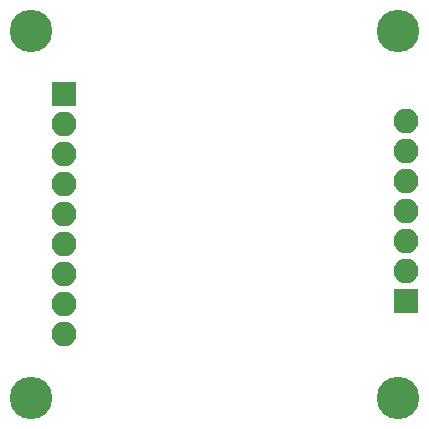
<source format=gbs>
G04 #@! TF.FileFunction,Soldermask,Bot*
%FSLAX46Y46*%
G04 Gerber Fmt 4.6, Leading zero omitted, Abs format (unit mm)*
G04 Created by KiCad (PCBNEW 4.0.7) date 08/21/18 13:31:30*
%MOMM*%
%LPD*%
G01*
G04 APERTURE LIST*
%ADD10C,0.100000*%
%ADD11C,3.600000*%
%ADD12R,2.100000X2.100000*%
%ADD13O,2.100000X2.100000*%
G04 APERTURE END LIST*
D10*
D11*
X125515000Y-100623000D03*
X156515000Y-100623000D03*
X125515000Y-131623000D03*
X156515000Y-131623000D03*
D12*
X157226000Y-123444000D03*
D13*
X157226000Y-120904000D03*
X157226000Y-118364000D03*
X157226000Y-115824000D03*
X157226000Y-113284000D03*
X157226000Y-110744000D03*
X157226000Y-108204000D03*
D12*
X128270000Y-105918000D03*
D13*
X128270000Y-108458000D03*
X128270000Y-110998000D03*
X128270000Y-113538000D03*
X128270000Y-116078000D03*
X128270000Y-118618000D03*
X128270000Y-121158000D03*
X128270000Y-123698000D03*
X128270000Y-126238000D03*
M02*

</source>
